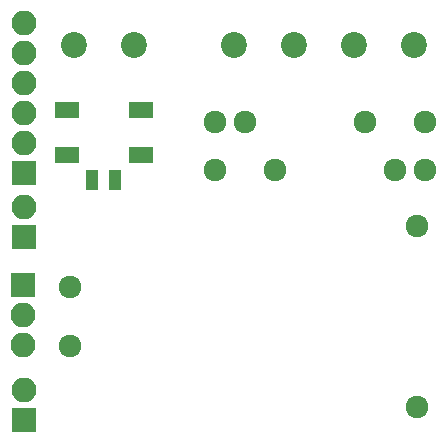
<source format=gbr>
G04 #@! TF.FileFunction,Soldermask,Top*
%FSLAX46Y46*%
G04 Gerber Fmt 4.6, Leading zero omitted, Abs format (unit mm)*
G04 Created by KiCad (PCBNEW 4.0.6) date Thursday, 20. September 2018 19:48:34*
%MOMM*%
%LPD*%
G01*
G04 APERTURE LIST*
%ADD10C,0.100000*%
%ADD11R,2.100000X2.100000*%
%ADD12O,2.100000X2.100000*%
%ADD13R,1.100000X1.700000*%
%ADD14C,1.924000*%
%ADD15R,2.100000X1.400000*%
%ADD16C,2.200000*%
G04 APERTURE END LIST*
D10*
D11*
X128778000Y-117729000D03*
D12*
X128778000Y-115189000D03*
D11*
X128778000Y-133223000D03*
D12*
X128778000Y-130683000D03*
D11*
X128778000Y-112268000D03*
D12*
X128778000Y-109728000D03*
X128778000Y-107188000D03*
X128778000Y-104648000D03*
X128778000Y-102108000D03*
X128778000Y-99568000D03*
D13*
X134533600Y-112877600D03*
X136433600Y-112877600D03*
D11*
X128676400Y-121767600D03*
D12*
X128676400Y-124307600D03*
X128676400Y-126847600D03*
D14*
X162702400Y-107950000D03*
X157622400Y-107950000D03*
X147442400Y-107950000D03*
X144902400Y-107950000D03*
X144891600Y-112064800D03*
X149971600Y-112064800D03*
X160151600Y-112064800D03*
X162691600Y-112064800D03*
D15*
X138684400Y-110815200D03*
X132384400Y-110815200D03*
X138684400Y-107015200D03*
X132384400Y-107015200D03*
D14*
X132620000Y-121960000D03*
X132620000Y-126960000D03*
X162020000Y-116760000D03*
X162020000Y-132160000D03*
D16*
X138049000Y-101473000D03*
X132969000Y-101473000D03*
X151638000Y-101498400D03*
X146558000Y-101498400D03*
X161798000Y-101473000D03*
X156718000Y-101473000D03*
M02*

</source>
